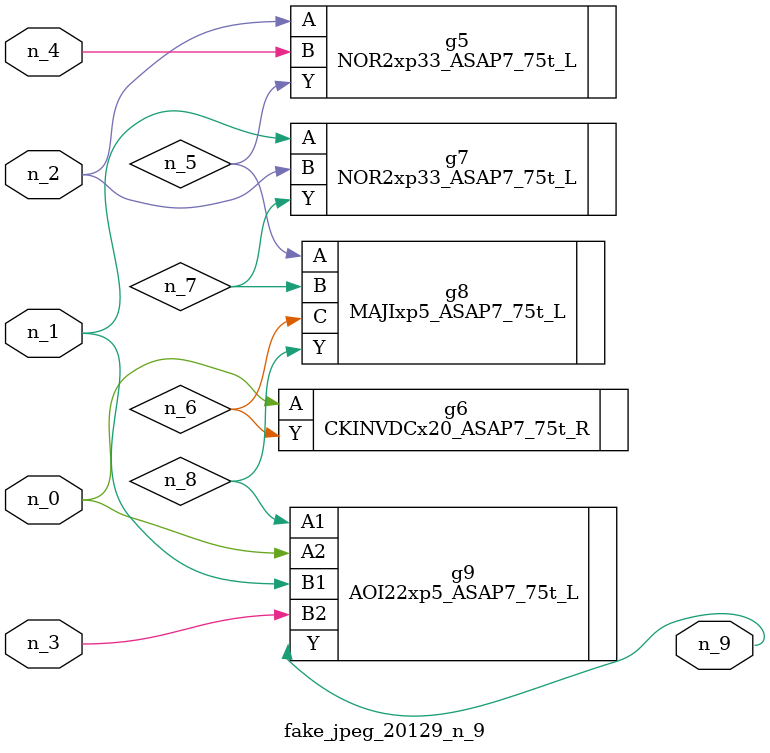
<source format=v>
module fake_jpeg_20129_n_9 (n_3, n_2, n_1, n_0, n_4, n_9);

input n_3;
input n_2;
input n_1;
input n_0;
input n_4;

output n_9;

wire n_8;
wire n_6;
wire n_5;
wire n_7;

NOR2xp33_ASAP7_75t_L g5 ( 
.A(n_2),
.B(n_4),
.Y(n_5)
);

CKINVDCx20_ASAP7_75t_R g6 ( 
.A(n_0),
.Y(n_6)
);

NOR2xp33_ASAP7_75t_L g7 ( 
.A(n_1),
.B(n_2),
.Y(n_7)
);

MAJIxp5_ASAP7_75t_L g8 ( 
.A(n_5),
.B(n_7),
.C(n_6),
.Y(n_8)
);

AOI22xp5_ASAP7_75t_L g9 ( 
.A1(n_8),
.A2(n_0),
.B1(n_1),
.B2(n_3),
.Y(n_9)
);


endmodule
</source>
